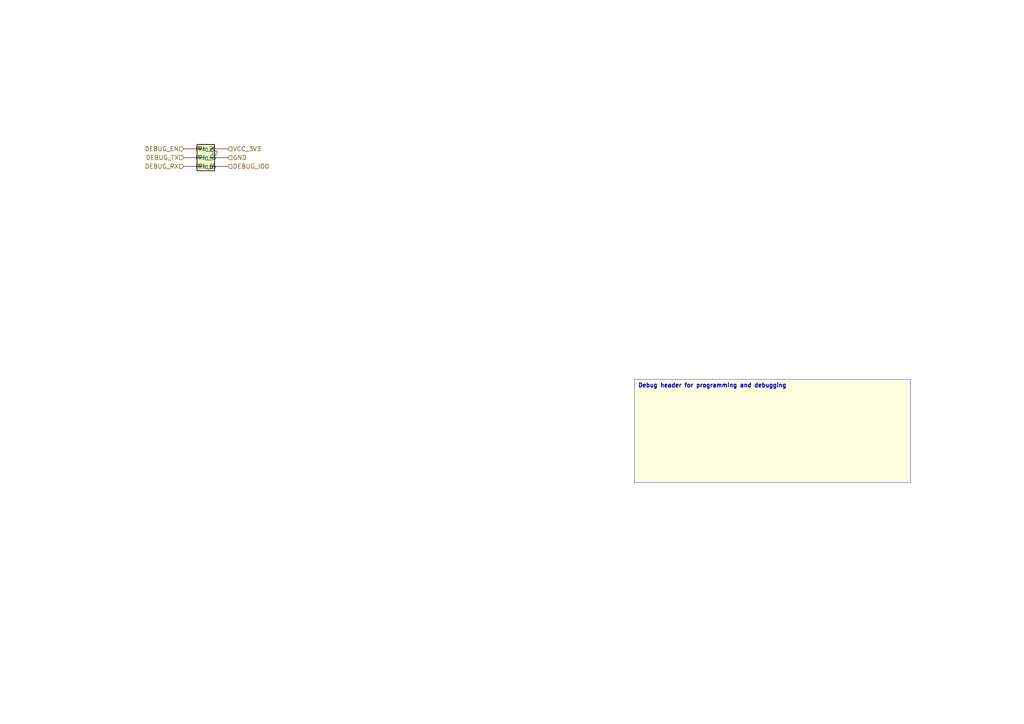
<source format=kicad_sch>
(kicad_sch (version 20250114) (generator "kicad_api") (generator_version 9.0)
  (paper A4)
  (paper A4)
  (lib_symbols
    (symbol "Connector_Generic:Conn_02x03_Odd_Even" (pin_numbers hide) (pin_names (offset 0.254))
      (property "Reference" "{'value': 'J', 'position': {'x': 1.27, 'y': 5.08, 'rotation': 0.0}, 'effects': {'font_size': [1.27, 1.27]}}" (at 0.0 0.0 0))
      (property "Value" "{'value': 'Conn_02x03_Odd_Even', 'position': {'x': 1.27, 'y': -5.08, 'rotation': 0.0}, 'effects': {'font_size': [1.27, 1.27]}}" (at 0.0 0.0 0))
      (symbol "Conn_02x03_Odd_Even_0_1"
        (rectangle (start -1.27 3.81) (end 3.81 -3.81) (stroke (width 0.254)) (fill (type background)))
        (rectangle (start -1.27 2.667) (end 0.0 2.413) (stroke (width 0.1524)))
        (rectangle (start -1.27 0.127) (end 0.0 -0.127) (stroke (width 0.1524)))
        (rectangle (start -1.27 -2.413) (end 0.0 -2.667) (stroke (width 0.1524)))
        (rectangle (start 3.81 2.667) (end 2.54 2.413) (stroke (width 0.1524)))
        (rectangle (start 3.81 0.127) (end 2.54 -0.127) (stroke (width 0.1524)))
        (rectangle (start 3.81 -2.413) (end 2.54 -2.667) (stroke (width 0.1524)))
      )
      (symbol "Conn_02x03_Odd_Even_1_1"
        (pin passive line (at -5.08 2.54 0) (length 3.81) (name Pin_1) (number "1"))
        (pin passive line (at -5.08 0.0 0) (length 3.81) (name Pin_3) (number "3"))
        (pin passive line (at -5.08 -2.54 0) (length 3.81) (name Pin_5) (number "5"))
        (pin passive line (at 7.62 2.54 180) (length 3.81) (name Pin_2) (number "2"))
        (pin passive line (at 7.62 0.0 180) (length 3.81) (name Pin_4) (number "4"))
        (pin passive line (at 7.62 -2.54 180) (length 3.81) (name Pin_6) (number "6"))
      )
    )
  )
  (title_block (title Debug_Header) (date 2025-08-02) (company Circuit-Synth))
  (symbol (lib_id Connector_Generic:Conn_02x03_Odd_Even) (at 58.42 45.72 0)
    (property "Reference" "J2" (at 60.96 44.449999999999996 0) (effects (justify left)))
    (property "Footprint" "Connector_IDC:IDC-Header_2x03_P2.54mm_Vertical" (effects (hide yes)))
    (instances (project "circuit" (path "" (reference J2) (unit 1))) (project "ESP32_C6_Dev_Board" (path "" (reference J2) (unit 1))))
  )
  (hierarchical_label DEBUG_EN (shape input) (at 53.34 43.18 180))
  (hierarchical_label DEBUG_TX (shape input) (at 53.34 45.72 180))
  (hierarchical_label DEBUG_RX (shape input) (at 53.34 48.26 180))
  (hierarchical_label VCC_3V3 (shape input) (at 66.04 43.18 0))
  (hierarchical_label GND (shape input) (at 66.04 45.72 0))
  (hierarchical_label DEBUG_IO0 (shape input) (at 66.04 48.26 0))
  (text_box "Debug header for programming and debugging" (exclude_from_sim yes) (at 184.0 110.0 0) (size 80.0 30.0) (margins 1.0 1.0 1.0 1.0) (stroke (width 0.1)) (fill (type color) (color 255 255 224 1)) (effects (font (size 1.2 1.2) (thickness 0.254)) (justify left top)))
)
</source>
